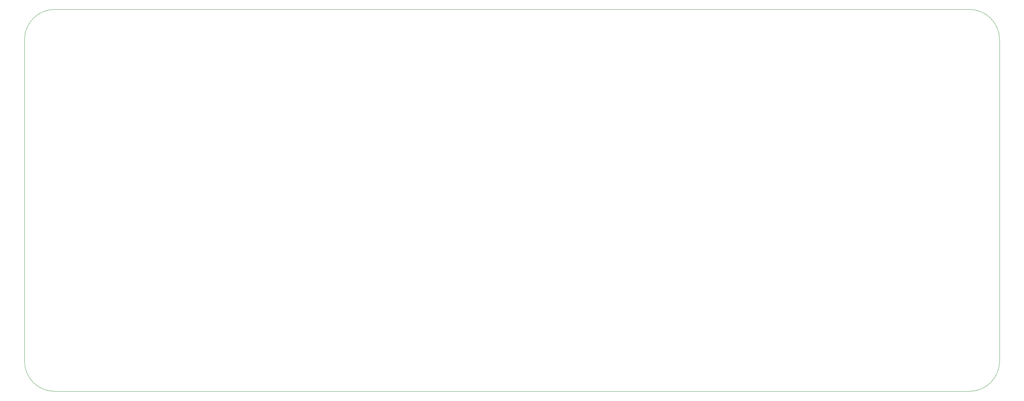
<source format=gbr>
G04 #@! TF.GenerationSoftware,KiCad,Pcbnew,(5.1.5-0-10_14)*
G04 #@! TF.CreationDate,2020-08-17T13:50:40-04:00*
G04 #@! TF.ProjectId,pressurization_series1,70726573-7375-4726-997a-6174696f6e5f,Rev 1*
G04 #@! TF.SameCoordinates,Original*
G04 #@! TF.FileFunction,Profile,NP*
%FSLAX46Y46*%
G04 Gerber Fmt 4.6, Leading zero omitted, Abs format (unit mm)*
G04 Created by KiCad (PCBNEW (5.1.5-0-10_14)) date 2020-08-17 13:50:40*
%MOMM*%
%LPD*%
G04 APERTURE LIST*
%ADD10C,0.050000*%
G04 APERTURE END LIST*
D10*
X30480000Y-149098000D02*
X35560000Y-149098000D01*
X35814000Y-52578000D02*
X35560000Y-52578000D01*
X30480000Y-52578000D02*
X35814000Y-52578000D01*
X35560000Y-52578000D02*
X261620000Y-52578000D01*
X22860000Y-141478000D02*
X22860000Y-60198000D01*
X261620000Y-149098000D02*
X35560000Y-149098000D01*
X269240000Y-60198000D02*
X269240000Y-141478000D01*
X269240000Y-141478000D02*
G75*
G02X261620000Y-149098000I-7620000J0D01*
G01*
X261620000Y-52578000D02*
G75*
G02X269240000Y-60198000I0J-7620000D01*
G01*
X22860000Y-60198000D02*
G75*
G02X30480000Y-52578000I7620000J0D01*
G01*
X30480000Y-149098000D02*
G75*
G02X22860000Y-141478000I0J7620000D01*
G01*
M02*

</source>
